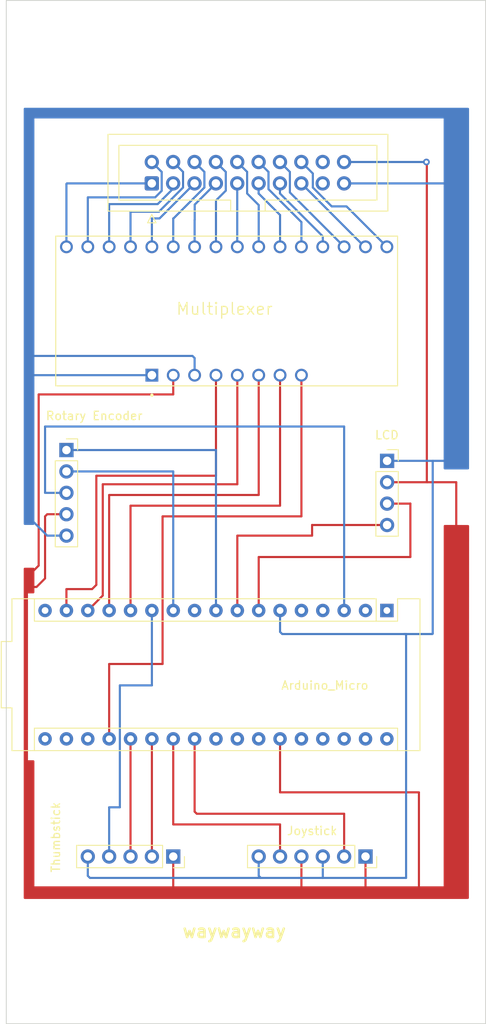
<source format=kicad_pcb>
(kicad_pcb (version 20221018) (generator pcbnew)
  (layers (0 "F.Cu" signal) (31 "B.Cu" signal) (34 "B.Paste" user) (35 "F.Paste" user) (36 "B.SilkS" user "B.Silkscreen") (37 "F.SilkS" user "F.Silkscreen") (38 "B.Mask" user) (39 "F.Mask" user) (44 "Edge.Cuts" user))
  (net 0 "")
  (net 1 "Net-(BOB-1-C12)")
  (net 2 "Net-(BOB-1-C13)")
  (net 3 "Net-(BOB-1-C14)")
  (net 4 "Net-(BOB-1-C15)")
  (net 14 "GND")
  (net 15 "+5V")
  (net 16 "Net-(BOB-1-C11)")
  (net 17 "Net-(BOB-1-C10)")
  (net 18 "Net-(BOB-1-C9)")
  (net 19 "Net-(BOB-1-C8)")
  (net 20 "Net-(BOB-1-C7)")
  (net 21 "Net-(BOB-1-C6)")
  (net 22 "Net-(BOB-1-C5)")
  (net 23 "Net-(BOB-1-C4)")
  (net 24 "Net-(BOB-1-C3)")
  (net 25 "Net-(BOB-1-C2)")
  (net 26 "Net-(BOB-1-C1)")
  (net 27 "Net-(BOB-1-C0)")
  (net 32 "Net-(U1-D1{slash}TX)")
  (net 33 "Net-(U1-~D6{slash}A7)")
  (net 34 "Net-(U1-D7)")
  (net 38 "Net-(BOB-1-S3)")
  (net 39 "Net-(BOB-1-S2)")
  (net 40 "Net-(BOB-1-S1)")
  (net 41 "Net-(BOB-1-S0)")
  (net 42 "Net-(U1-D2{slash}SDA)")
  (net 43 "Net-(U1-~D3{slash}SCL)")
  (net 44 "Net-(U1-A2{slash}D20)")
  (net 45 "Net-(U1-A1{slash}D19)")
  (net 46 "Net-(U1-A4{slash}D22)")
  (net 47 "Net-(U1-A3{slash}D21)")
  (net 49 "Net-(U1-D4{slash}A6)")
  (net 50 "Net-(BOB-1-COM)")
  (footprint "MountingHole:MountingHole_3.2mm_M3" (layer "F.Cu") (at 127.448582 45.79)
    (fp_text reference "REF**" hide)
    (fp_text value "MountingHole_3.2mm_M3" hide)
    (pad "" np_thru_hole circle (at 0 0) (size 3.2 3.2) (drill 3.2) (layers "*.Cu" "*.Mask"))
  )
  (footprint "Connector_PinSocket_2.54mm:PinSocket_1x06_P2.54mm_Vertical" (layer "F.Cu") (at 152.46 143.86 -90)
    (fp_text reference "J11" hide)
    (fp_text value "Joystick" (at -3.048 6.35 180) (layer "F.SilkS"))
    (fp_line (start -1.33 1.27) (end -1.33 14.03) (stroke (width 0.12)) (layer "F.SilkS"))
    (fp_line (start -1.33 1.27) (end 1.33 1.27) (stroke (width 0.12)) (layer "F.SilkS"))
    (fp_line (start -1.33 14.03) (end 1.33 14.03) (stroke (width 0.12)) (layer "F.SilkS"))
    (fp_line (start 0 -1.33) (end 1.33 -1.33) (stroke (width 0.12)) (layer "F.SilkS"))
    (fp_line (start 1.33 -1.33) (end 1.33 0) (stroke (width 0.12)) (layer "F.SilkS"))
    (fp_line (start 1.33 1.27) (end 1.33 14.03) (stroke (width 0.12)) (layer "F.SilkS"))
    (pad "1" thru_hole rect (at 0 0 270) (size 1.7 1.7) (drill 1) (layers "*.Cu" "*.Mask") (net 15 "+5V"))
    (pad "2" thru_hole oval (at 0 2.54 270) (size 1.7 1.7) (drill 1) (layers "*.Cu" "*.Mask") (net 46 "Net-(U1-A4{slash}D22)"))
    (pad "3" thru_hole oval (at 0 5.08 270) (size 1.7 1.7) (drill 1) (layers "*.Cu" "*.Mask") (net 14 "GND"))
    (pad "4" thru_hole oval (at 0 7.62 270) (size 1.7 1.7) (drill 1) (layers "*.Cu" "*.Mask") (net 15 "+5V"))
    (pad "5" thru_hole oval (at 0 10.16 270) (size 1.7 1.7) (drill 1) (layers "*.Cu" "*.Mask") (net 47 "Net-(U1-A3{slash}D21)"))
    (pad "6" thru_hole oval (at 0 12.7 270) (size 1.7 1.7) (drill 1) (layers "*.Cu" "*.Mask") (net 14 "GND"))
  )
  (footprint "Connector_PinSocket_2.54mm:PinSocket_1x05_P2.54mm_Vertical" (layer "F.Cu") (at 129.6 143.86 -90)
    (fp_text reference "J10" hide)
    (fp_text value "Thumbstick" (at -2.286 13.97 90) (layer "F.SilkS"))
    (fp_line (start -1.33 1.27) (end -1.33 11.49) (stroke (width 0.12)) (layer "F.SilkS"))
    (fp_line (start -1.33 1.27) (end 1.33 1.27) (stroke (width 0.12)) (layer "F.SilkS"))
    (fp_line (start -1.33 11.49) (end 1.33 11.49) (stroke (width 0.12)) (layer "F.SilkS"))
    (fp_line (start 0 -1.33) (end 1.33 -1.33) (stroke (width 0.12)) (layer "F.SilkS"))
    (fp_line (start 1.33 -1.33) (end 1.33 0) (stroke (width 0.12)) (layer "F.SilkS"))
    (fp_line (start 1.33 1.27) (end 1.33 11.49) (stroke (width 0.12)) (layer "F.SilkS"))
    (pad "1" thru_hole rect (at 0 0 270) (size 1.7 1.7) (drill 1) (layers "*.Cu" "*.Mask") (net 15 "+5V"))
    (pad "2" thru_hole oval (at 0 2.54 270) (size 1.7 1.7) (drill 1) (layers "*.Cu" "*.Mask") (net 44 "Net-(U1-A2{slash}D20)"))
    (pad "3" thru_hole oval (at 0 5.08 270) (size 1.7 1.7) (drill 1) (layers "*.Cu" "*.Mask") (net 45 "Net-(U1-A1{slash}D19)"))
    (pad "4" thru_hole oval (at 0 7.62 270) (size 1.7 1.7) (drill 1) (layers "*.Cu" "*.Mask") (net 34 "Net-(U1-D7)"))
    (pad "5" thru_hole oval (at 0 10.16 270) (size 1.7 1.7) (drill 1) (layers "*.Cu" "*.Mask") (net 14 "GND"))
  )
  (footprint "Connector_PinSocket_2.54mm:PinSocket_1x05_P2.54mm_Vertical" (layer "F.Cu") (at 116.9 95.6)
    (fp_text reference "J4" hide)
    (fp_text value "Rotary Encoder" (at 3.302 -4.064) (layer "F.SilkS"))
    (fp_line (start -1.33 1.27) (end -1.33 11.49) (stroke (width 0.12)) (layer "F.SilkS"))
    (fp_line (start -1.33 1.27) (end 1.33 1.27) (stroke (width 0.12)) (layer "F.SilkS"))
    (fp_line (start -1.33 11.49) (end 1.33 11.49) (stroke (width 0.12)) (layer "F.SilkS"))
    (fp_line (start 0 -1.33) (end 1.33 -1.33) (stroke (width 0.12)) (layer "F.SilkS"))
    (fp_line (start 1.33 -1.33) (end 1.33 0) (stroke (width 0.12)) (layer "F.SilkS"))
    (fp_line (start 1.33 1.27) (end 1.33 11.49) (stroke (width 0.12)) (layer "F.SilkS"))
    (pad "1" thru_hole rect (at 0 0) (size 1.7 1.7) (drill 1) (layers "*.Cu" "*.Mask") (net 49 "Net-(U1-D4{slash}A6)"))
    (pad "2" thru_hole oval (at 0 2.54) (size 1.7 1.7) (drill 1) (layers "*.Cu" "*.Mask") (net 33 "Net-(U1-~D6{slash}A7)"))
    (pad "3" thru_hole oval (at 0 5.08) (size 1.7 1.7) (drill 1) (layers "*.Cu" "*.Mask") (net 32 "Net-(U1-D1{slash}TX)"))
    (pad "4" thru_hole oval (at 0 7.62) (size 1.7 1.7) (drill 1) (layers "*.Cu" "*.Mask") (net 15 "+5V"))
    (pad "5" thru_hole oval (at 0 10.16) (size 1.7 1.7) (drill 1) (layers "*.Cu" "*.Mask") (net 14 "GND"))
  )
  (footprint "Connector_PinSocket_2.54mm:PinSocket_1x04_P2.54mm_Vertical" (layer "F.Cu") (at 155.025 96.88)
    (fp_text reference "J9" hide)
    (fp_text value "LCD" (at -0.025 -3.058) (layer "F.SilkS"))
    (fp_line (start -1.33 1.27) (end -1.33 8.95) (stroke (width 0.12)) (layer "F.SilkS"))
    (fp_line (start -1.33 1.27) (end 1.33 1.27) (stroke (width 0.12)) (layer "F.SilkS"))
    (fp_line (start -1.33 8.95) (end 1.33 8.95) (stroke (width 0.12)) (layer "F.SilkS"))
    (fp_line (start 0 -1.33) (end 1.33 -1.33) (stroke (width 0.12)) (layer "F.SilkS"))
    (fp_line (start 1.33 -1.33) (end 1.33 0) (stroke (width 0.12)) (layer "F.SilkS"))
    (fp_line (start 1.33 1.27) (end 1.33 8.95) (stroke (width 0.12)) (layer "F.SilkS"))
    (pad "1" thru_hole rect (at 0 0) (size 1.7 1.7) (drill 1) (layers "*.Cu" "*.Mask") (net 14 "GND"))
    (pad "2" thru_hole oval (at 0 2.54) (size 1.7 1.7) (drill 1) (layers "*.Cu" "*.Mask") (net 15 "+5V"))
    (pad "3" thru_hole oval (at 0 5.08) (size 1.7 1.7) (drill 1) (layers "*.Cu" "*.Mask") (net 42 "Net-(U1-D2{slash}SDA)"))
    (pad "4" thru_hole oval (at 0 7.62) (size 1.7 1.7) (drill 1) (layers "*.Cu" "*.Mask") (net 43 "Net-(U1-~D3{slash}SCL)"))
  )
  (footprint "Connector_IDC:IDC-Header_2x10_P2.54mm_Vertical" (layer "F.Cu") (at 127.05 63.94 90)
    (fp_text reference "IDC1" hide)
    (fp_text value "16_Pin_IDC_2x08_Power" hide)
    (fp_line (start -4.68 -0.5) (end -4.68 0.5) (stroke (width 0.12)) (layer "F.SilkS"))
    (fp_line (start -4.68 0.5) (end -3.68 0) (stroke (width 0.12)) (layer "F.SilkS"))
    (fp_line (start -3.68 0) (end -4.68 -0.5) (stroke (width 0.12)) (layer "F.SilkS"))
    (fp_line (start -3.29 -5.21) (end 5.83 -5.21) (stroke (width 0.12)) (layer "F.SilkS"))
    (fp_line (start -3.29 9.38) (end -1.98 9.38) (stroke (width 0.12)) (layer "F.SilkS"))
    (fp_line (start -3.29 28.07) (end -3.29 -5.21) (stroke (width 0.12)) (layer "F.SilkS"))
    (fp_line (start -1.98 -3.91) (end 4.52 -3.91) (stroke (width 0.12)) (layer "F.SilkS"))
    (fp_line (start -1.98 9.38) (end -1.98 -3.91) (stroke (width 0.12)) (layer "F.SilkS"))
    (fp_line (start -1.98 13.48) (end -3.29 13.48) (stroke (width 0.12)) (layer "F.SilkS"))
    (fp_line (start -1.98 13.48) (end -1.98 13.48) (stroke (width 0.12)) (layer "F.SilkS"))
    (fp_line (start -1.98 26.77) (end -1.98 13.48) (stroke (width 0.12)) (layer "F.SilkS"))
    (fp_line (start 4.52 -3.91) (end 4.52 26.77) (stroke (width 0.12)) (layer "F.SilkS"))
    (fp_line (start 4.52 26.77) (end -1.98 26.77) (stroke (width 0.12)) (layer "F.SilkS"))
    (fp_line (start 5.83 -5.21) (end 5.83 28.07) (stroke (width 0.12)) (layer "F.SilkS"))
    (fp_line (start 5.83 28.07) (end -3.29 28.07) (stroke (width 0.12)) (layer "F.SilkS"))
    (pad "1" thru_hole roundrect (at 0 0 90) (size 1.7 1.7) (drill 1) (layers "*.Cu" "*.Mask") (roundrect_rratio 0.1470588235) (net 27 "Net-(BOB-1-C0)"))
    (pad "2" thru_hole circle (at 2.54 0 90) (size 1.7 1.7) (drill 1) (layers "*.Cu" "*.Mask") (net 26 "Net-(BOB-1-C1)"))
    (pad "3" thru_hole circle (at 0 2.54 90) (size 1.7 1.7) (drill 1) (layers "*.Cu" "*.Mask") (net 25 "Net-(BOB-1-C2)"))
    (pad "4" thru_hole circle (at 2.54 2.54 90) (size 1.7 1.7) (drill 1) (layers "*.Cu" "*.Mask") (net 24 "Net-(BOB-1-C3)"))
    (pad "5" thru_hole circle (at 0 5.08 90) (size 1.7 1.7) (drill 1) (layers "*.Cu" "*.Mask") (net 23 "Net-(BOB-1-C4)"))
    (pad "6" thru_hole circle (at 2.54 5.08 90) (size 1.7 1.7) (drill 1) (layers "*.Cu" "*.Mask") (net 22 "Net-(BOB-1-C5)"))
    (pad "7" thru_hole circle (at 0 7.62 90) (size 1.7 1.7) (drill 1) (layers "*.Cu" "*.Mask") (net 21 "Net-(BOB-1-C6)"))
    (pad "8" thru_hole circle (at 2.54 7.62 90) (size 1.7 1.7) (drill 1) (layers "*.Cu" "*.Mask") (net 20 "Net-(BOB-1-C7)"))
    (pad "9" thru_hole circle (at 0 10.16 90) (size 1.7 1.7) (drill 1) (layers "*.Cu" "*.Mask") (net 19 "Net-(BOB-1-C8)"))
    (pad "10" thru_hole circle (at 2.54 10.16 90) (size 1.7 1.7) (drill 1) (layers "*.Cu" "*.Mask") (net 18 "Net-(BOB-1-C9)"))
    (pad "11" thru_hole circle (at 0 12.7 90) (size 1.7 1.7) (drill 1) (layers "*.Cu" "*.Mask") (net 17 "Net-(BOB-1-C10)"))
    (pad "12" thru_hole circle (at 2.54 12.7 90) (size 1.7 1.7) (drill 1) (layers "*.Cu" "*.Mask") (net 16 "Net-(BOB-1-C11)"))
    (pad "13" thru_hole circle (at 0 15.24 90) (size 1.7 1.7) (drill 1) (layers "*.Cu" "*.Mask") (net 1 "Net-(BOB-1-C12)"))
    (pad "14" thru_hole circle (at 2.54 15.24 90) (size 1.7 1.7) (drill 1) (layers "*.Cu" "*.Mask") (net 2 "Net-(BOB-1-C13)"))
    (pad "15" thru_hole circle (at 0 17.78 90) (size 1.7 1.7) (drill 1) (layers "*.Cu" "*.Mask") (net 3 "Net-(BOB-1-C14)"))
    (pad "16" thru_hole circle (at 2.54 17.78 90) (size 1.7 1.7) (drill 1) (layers "*.Cu" "*.Mask") (net 4 "Net-(BOB-1-C15)"))
    (pad "17" thru_hole circle (at 0 20.32 90) (size 1.7 1.7) (drill 1) (layers "*.Cu" "*.Mask"))
    (pad "18" thru_hole circle (at 2.54 20.32 90) (size 1.7 1.7) (drill 1) (layers "*.Cu" "*.Mask"))
    (pad "19" thru_hole circle (at 0 22.86 90) (size 1.7 1.7) (drill 1) (layers "*.Cu" "*.Mask") (net 14 "GND"))
    (pad "20" thru_hole circle (at 2.54 22.86 90) (size 1.7 1.7) (drill 1) (layers "*.Cu" "*.Mask") (net 15 "+5V"))
  )
  (footprint "CD74CH4067:BOB-09056" (layer "F.Cu") (at 135.95 79.09 -90)
    (fp_text reference "BOB-1" hide)
    (fp_text value "Multiplexer" (at -0.254 0.254 -180) (layer "F.SilkS") (effects (font (size 1.4 1.4))))
    (fp_line (start -8.89 -20.32) (end -8.89 20.32) (stroke (width 0.127)) (layer "F.SilkS"))
    (fp_line (start -8.89 20.32) (end 8.89 20.32) (stroke (width 0.127)) (layer "F.SilkS"))
    (fp_line (start 8.89 -20.32) (end -8.89 -20.32) (stroke (width 0.127)) (layer "F.SilkS"))
    (fp_line (start 8.89 20.32) (end 8.89 -20.32) (stroke (width 0.127)) (layer "F.SilkS"))
    (fp_circle (center 10 8.89) (end 10.1 8.89) (stroke (width 0.2)) (fill none) (layer "F.SilkS"))
    (pad "JP1-1" thru_hole circle (at -7.62 19.05 270) (size 1.53 1.53) (drill 1.02) (layers "*.Cu" "*.Mask") (net 27 "Net-(BOB-1-C0)"))
    (pad "JP1-2" thru_hole circle (at -7.62 16.51 270) (size 1.53 1.53) (drill 1.02) (layers "*.Cu" "*.Mask") (net 26 "Net-(BOB-1-C1)"))
    (pad "JP1-3" thru_hole circle (at -7.62 13.97 270) (size 1.53 1.53) (drill 1.02) (layers "*.Cu" "*.Mask") (net 25 "Net-(BOB-1-C2)"))
    (pad "JP1-4" thru_hole circle (at -7.62 11.43 270) (size 1.53 1.53) (drill 1.02) (layers "*.Cu" "*.Mask") (net 24 "Net-(BOB-1-C3)"))
    (pad "JP1-5" thru_hole circle (at -7.62 8.89 270) (size 1.53 1.53) (drill 1.02) (layers "*.Cu" "*.Mask") (net 23 "Net-(BOB-1-C4)"))
    (pad "JP1-6" thru_hole circle (at -7.62 6.35 270) (size 1.53 1.53) (drill 1.02) (layers "*.Cu" "*.Mask") (net 22 "Net-(BOB-1-C5)"))
    (pad "JP1-7" thru_hole circle (at -7.62 3.81 270) (size 1.53 1.53) (drill 1.02) (layers "*.Cu" "*.Mask") (net 21 "Net-(BOB-1-C6)"))
    (pad "JP1-8" thru_hole circle (at -7.62 1.27 270) (size 1.53 1.53) (drill 1.02) (layers "*.Cu" "*.Mask") (net 20 "Net-(BOB-1-C7)"))
    (pad "JP1-9" thru_hole circle (at -7.62 -1.27 270) (size 1.53 1.53) (drill 1.02) (layers "*.Cu" "*.Mask") (net 19 "Net-(BOB-1-C8)"))
    (pad "JP1-10" thru_hole circle (at -7.62 -3.81 270) (size 1.53 1.53) (drill 1.02) (layers "*.Cu" "*.Mask") (net 18 "Net-(BOB-1-C9)"))
    (pad "JP1-11" thru_hole circle (at -7.62 -6.35 270) (size 1.53 1.53) (drill 1.02) (layers "*.Cu" "*.Mask") (net 17 "Net-(BOB-1-C10)"))
    (pad "JP1-12" thru_hole circle (at -7.62 -8.89 270) (size 1.53 1.53) (drill 1.02) (layers "*.Cu" "*.Mask") (net 16 "Net-(BOB-1-C11)"))
    (pad "JP1-13" thru_hole circle (at -7.62 -11.43 270) (size 1.53 1.53) (drill 1.02) (layers "*.Cu" "*.Mask") (net 1 "Net-(BOB-1-C12)"))
    (pad "JP1-14" thru_hole circle (at -7.62 -13.97 270) (size 1.53 1.53) (drill 1.02) (layers "*.Cu" "*.Mask") (net 2 "Net-(BOB-1-C13)"))
    (pad "JP1-15" thru_hole circle (at -7.62 -16.51 270) (size 1.53 1.53) (drill 1.02) (layers "*.Cu" "*.Mask") (net 3 "Net-(BOB-1-C14)"))
    (pad "JP1-16" thru_hole circle (at -7.62 -19.05 270) (size 1.53 1.53) (drill 1.02) (layers "*.Cu" "*.Mask") (net 4 "Net-(BOB-1-C15)"))
    (pad "JP3-1" thru_hole rect (at 7.62 8.89 270) (size 1.53 1.53) (drill 1.02) (layers "*.Cu" "*.Mask") (net 14 "GND"))
    (pad "JP3-2" thru_hole circle (at 7.62 6.35 270) (size 1.53 1.53) (drill 1.02) (layers "*.Cu" "*.Mask") (net 15 "+5V"))
    (pad "JP3-3" thru_hole circle (at 7.62 3.81 270) (size 1.53 1.53) (drill 1.02) (layers "*.Cu" "*.Mask") (net 14 "GND"))
    (pad "JP3-4" thru_hole circle (at 7.62 1.27 270) (size 1.53 1.53) (drill 1.02) (layers "*.Cu" "*.Mask") (net 41 "Net-(BOB-1-S0)"))
    (pad "JP3-5" thru_hole circle (at 7.62 -1.27 270) (size 1.53 1.53) (drill 1.02) (layers "*.Cu" "*.Mask") (net 40 "Net-(BOB-1-S1)"))
    (pad "JP3-6" thru_hole circle (at 7.62 -3.81 270) (size 1.53 1.53) (drill 1.02) (layers "*.Cu" "*.Mask") (net 39 "Net-(BOB-1-S2)"))
    (pad "JP3-7" thru_hole circle (at 7.62 -6.35 270) (size 1.53 1.53) (drill 1.02) (layers "*.Cu" "*.Mask") (net 38 "Net-(BOB-1-S3)"))
    (pad "JP3-8" thru_hole circle (at 7.62 -8.89 270) (size 1.53 1.53) (drill 1.02) (layers "*.Cu" "*.Mask") (net 50 "Net-(BOB-1-COM)"))
  )
  (footprint "MountingHole:MountingHole_3.2mm_M3" (layer "F.Cu") (at 146.5 160.115)
    (fp_text reference "REF**" hide)
    (fp_text value "MountingHole_3.2mm_M3" hide)
    (pad "" np_thru_hole circle (at 0 0) (size 3.2 3.2) (drill 3.2) (layers "*.Cu" "*.Mask"))
  )
  (footprint "Arduino:Arduino_Micro" (layer "F.Cu") (at 155 114.65 -90)
    (fp_text reference "U1" hide)
    (fp_text value "Arduino_Micro" (at 8.89 7.366) (layer "F.SilkS"))
    (fp_line (start -1.397 -3.937) (end -1.397 -1.27) (stroke (width 0.12)) (layer "F.SilkS"))
    (fp_line (start -1.397 1.27) (end -1.397 44.577) (stroke (width 0.12)) (layer "F.SilkS"))
    (fp_line (start -1.397 44.577) (end 3.683 44.577) (stroke (width 0.12)) (layer "F.SilkS"))
    (fp_line (start 1.27 -1.27) (end -1.397 -1.27) (stroke (width 0.12)) (layer "F.SilkS"))
    (fp_line (start 1.27 1.27) (end -1.397 1.27) (stroke (width 0.12)) (layer "F.SilkS"))
    (fp_line (start 1.27 1.27) (end 1.27 -1.27) (stroke (width 0.12)) (layer "F.SilkS"))
    (fp_line (start 1.27 1.27) (end 1.27 41.91) (stroke (width 0.12)) (layer "F.SilkS"))
    (fp_line (start 1.27 41.91) (end -1.397 41.91) (stroke (width 0.12)) (layer "F.SilkS"))
    (fp_line (start 3.683 44.577) (end 3.683 45.847) (stroke (width 0.12)) (layer "F.SilkS"))
    (fp_line (start 3.683 45.847) (end 11.557 45.847) (stroke (width 0.12)) (layer "F.SilkS"))
    (fp_line (start 11.557 44.577) (end 11.557 45.847) (stroke (width 0.12)) (layer "F.SilkS"))
    (fp_line (start 11.557 44.577) (end 16.637 44.577) (stroke (width 0.12)) (layer "F.SilkS"))
    (fp_line (start 13.97 -1.27) (end 13.97 41.91) (stroke (width 0.12)) (layer "F.SilkS"))
    (fp_line (start 13.97 -1.27) (end 16.637 -1.27) (stroke (width 0.12)) (layer "F.SilkS"))
    (fp_line (start 13.97 41.91) (end 16.637 41.91) (stroke (width 0.12)) (layer "F.SilkS"))
    (fp_line (start 16.637 -3.937) (end -1.397 -3.937) (stroke (width 0.12)) (layer "F.SilkS"))
    (fp_line (start 16.637 44.577) (end 16.637 -3.937) (stroke (width 0.12)) (layer "F.SilkS"))
    (pad "1" thru_hole rect (at 0 0 270) (size 1.6 1.6) (drill 0.8) (layers "*.Cu" "*.Mask"))
    (pad "2" thru_hole oval (at 0 2.54 270) (size 1.6 1.6) (drill 0.8) (layers "*.Cu" "*.Mask"))
    (pad "3" thru_hole oval (at 0 5.08 270) (size 1.6 1.6) (drill 0.8) (layers "*.Cu" "*.Mask") (net 32 "Net-(U1-D1{slash}TX)"))
    (pad "4" thru_hole oval (at 0 7.62 270) (size 1.6 1.6) (drill 0.8) (layers "*.Cu" "*.Mask"))
    (pad "5" thru_hole oval (at 0 10.16 270) (size 1.6 1.6) (drill 0.8) (layers "*.Cu" "*.Mask"))
    (pad "6" thru_hole oval (at 0 12.7 270) (size 1.6 1.6) (drill 0.8) (layers "*.Cu" "*.Mask") (net 14 "GND"))
    (pad "7" thru_hole oval (at 0 15.24 270) (size 1.6 1.6) (drill 0.8) (layers "*.Cu" "*.Mask") (net 42 "Net-(U1-D2{slash}SDA)"))
    (pad "8" thru_hole oval (at 0 17.78 270) (size 1.6 1.6) (drill 0.8) (layers "*.Cu" "*.Mask") (net 43 "Net-(U1-~D3{slash}SCL)"))
    (pad "9" thru_hole oval (at 0 20.32 270) (size 1.6 1.6) (drill 0.8) (layers "*.Cu" "*.Mask") (net 49 "Net-(U1-D4{slash}A6)"))
    (pad "10" thru_hole oval (at 0 22.86 270) (size 1.6 1.6) (drill 0.8) (layers "*.Cu" "*.Mask"))
    (pad "11" thru_hole oval (at 0 25.4 270) (size 1.6 1.6) (drill 0.8) (layers "*.Cu" "*.Mask") (net 33 "Net-(U1-~D6{slash}A7)"))
    (pad "12" thru_hole oval (at 0 27.94 270) (size 1.6 1.6) (drill 0.8) (layers "*.Cu" "*.Mask") (net 34 "Net-(U1-D7)"))
    (pad "13" thru_hole oval (at 0 30.48 270) (size 1.6 1.6) (drill 0.8) (layers "*.Cu" "*.Mask") (net 38 "Net-(BOB-1-S3)"))
    (pad "14" thru_hole oval (at 0 33.02 270) (size 1.6 1.6) (drill 0.8) (layers "*.Cu" "*.Mask") (net 39 "Net-(BOB-1-S2)"))
    (pad "15" thru_hole oval (at 0 35.56 270) (size 1.6 1.6) (drill 0.8) (layers "*.Cu" "*.Mask") (net 40 "Net-(BOB-1-S1)"))
    (pad "16" thru_hole oval (at 0 38.1 270) (size 1.6 1.6) (drill 0.8) (layers "*.Cu" "*.Mask") (net 41 "Net-(BOB-1-S0)"))
    (pad "17" thru_hole oval (at 0 40.64 270) (size 1.6 1.6) (drill 0.8) (layers "*.Cu" "*.Mask"))
    (pad "18" thru_hole oval (at 15.24 40.64 270) (size 1.6 1.6) (drill 0.8) (layers "*.Cu" "*.Mask"))
    (pad "19" thru_hole oval (at 15.24 38.1 270) (size 1.6 1.6) (drill 0.8) (layers "*.Cu" "*.Mask"))
    (pad "20" thru_hole oval (at 15.24 35.56 270) (size 1.6 1.6) (drill 0.8) (layers "*.Cu" "*.Mask"))
    (pad "21" thru_hole oval (at 15.24 33.02 270) (size 1.6 1.6) (drill 0.8) (layers "*.Cu" "*.Mask") (net 50 "Net-(BOB-1-COM)"))
    (pad "22" thru_hole oval (at 15.24 30.48 270) (size 1.6 1.6) (drill 0.8) (layers "*.Cu" "*.Mask") (net 45 "Net-(U1-A1{slash}D19)"))
    (pad "23" thru_hole oval (at 15.24 27.94 270) (size 1.6 1.6) (drill 0.8) (layers "*.Cu" "*.Mask") (net 44 "Net-(U1-A2{slash}D20)"))
    (pad "24" thru_hole oval (at 15.24 25.4 270) (size 1.6 1.6) (drill 0.8) (layers "*.Cu" "*.Mask") (net 47 "Net-(U1-A3{slash}D21)"))
    (pad "25" thru_hole oval (at 15.24 22.86 270) (size 1.6 1.6) (drill 0.8) (layers "*.Cu" "*.Mask") (net 46 "Net-(U1-A4{slash}D22)"))
    (pad "26" thru_hole oval (at 15.24 20.32 270) (size 1.6 1.6) (drill 0.8) (layers "*.Cu" "*.Mask"))
    (pad "27" thru_hole oval (at 15.24 17.78 270) (size 1.6 1.6) (drill 0.8) (layers "*.Cu" "*.Mask"))
    (pad "28" thru_hole oval (at 15.24 15.24 270) (size 1.6 1.6) (drill 0.8) (layers "*.Cu" "*.Mask"))
    (pad "29" thru_hole oval (at 15.24 12.7 270) (size 1.6 1.6) (drill 0.8) (layers "*.Cu" "*.Mask") (net 15 "+5V"))
    (pad "30" thru_hole oval (at 15.24 10.16 270) (size 1.6 1.6) (drill 0.8) (layers "*.Cu" "*.Mask"))
    (pad "31" thru_hole oval (at 15.24 7.62 270) (size 1.6 1.6) (drill 0.8) (layers "*.Cu" "*.Mask"))
    (pad "32" thru_hole oval (at 15.24 5.08 270) (size 1.6 1.6) (drill 0.8) (layers "*.Cu" "*.Mask"))
    (pad "33" thru_hole oval (at 15.24 2.54 270) (size 1.6 1.6) (drill 0.8) (layers "*.Cu" "*.Mask"))
    (pad "34" thru_hole oval (at 15.24 0 270) (size 1.6 1.6) (drill 0.8) (layers "*.Cu" "*.Mask"))
  )
  (footprint "MountingHole:MountingHole_3.2mm_M3" (layer "F.Cu") (at 127.45 160.115)
    (fp_text reference "REF**" hide)
    (fp_text value "MountingHole_3.2mm_M3" hide)
    (pad "" np_thru_hole circle (at 0 0) (size 3.2 3.2) (drill 3.2) (layers "*.Cu" "*.Mask"))
  )
  (footprint "MountingHole:MountingHole_3.2mm_M3" (layer "F.Cu") (at 146.5 45.79)
    (fp_text reference "REF**" hide)
    (fp_text value "MountingHole_3.2mm_M3" hide)
    (pad "" np_thru_hole circle (at 0 0) (size 3.2 3.2) (drill 3.2) (layers "*.Cu" "*.Mask"))
  )
  (gr_rect (start 109.75 42.215) (end 166.74 163.71) (stroke (width 0.1)) (fill none) (layer "Edge.Cuts"))
  (gr_text "waywayway" (at 130.55 153.615) (layer "F.SilkS") (effects (font (size 1.5 1.5) (thickness 0.3) bold) (justify left bottom)))
  (segment (start 142.29 63.94) (end 142.29 65.14) (width 0.25) (layer "B.Cu") (net 1))
  (segment (start 142.29 65.14) (end 147.38 70.23) (width 0.25) (layer "B.Cu") (net 1))
  (segment (start 147.38 70.23) (end 147.38 71.47) (width 0.25) (layer "B.Cu") (net 1))
  (segment (start 142.29 61.4) (end 143.465 62.575) (width 0.25) (layer "B.Cu") (net 2))
  (segment (start 143.465 65.015) (end 149.92 71.47) (width 0.25) (layer "B.Cu") (net 2))
  (segment (start 143.465 62.575) (end 143.465 65.015) (width 0.25) (layer "B.Cu") (net 2))
  (segment (start 152.36 71.47) (end 152.46 71.47) (width 0.25) (layer "B.Cu") (net 3))
  (segment (start 144.83 63.94) (end 152.36 71.47) (width 0.25) (layer "B.Cu") (net 3))
  (segment (start 144.83 61.4) (end 146.195 62.765) (width 0.25) (layer "B.Cu") (net 4))
  (segment (start 146.195 64.426701) (end 148.438299 66.67) (width 0.25) (layer "B.Cu") (net 4))
  (segment (start 154.9 71.47) (end 155 71.47) (width 0.25) (layer "B.Cu") (net 4))
  (segment (start 148.438299 66.67) (end 150.2 66.67) (width 0.25) (layer "B.Cu") (net 4))
  (segment (start 146.195 62.765) (end 146.195 64.426701) (width 0.25) (layer "B.Cu") (net 4))
  (segment (start 150.2 66.67) (end 155 71.47) (width 0.25) (layer "B.Cu") (net 4))
  (segment (start 163.25 96.88) (end 160.45 96.88) (width 0.254) (layer "B.Cu") (net 14))
  (segment (start 139.76 146.146) (end 140.014 146.4) (width 0.25) (layer "B.Cu") (net 14))
  (segment (start 116.9 105.76) (end 114.614 105.76) (width 0.25) (layer "B.Cu") (net 14))
  (segment (start 142.554 117.444) (end 157.032 117.444) (width 0.25) (layer "B.Cu") (net 14))
  (segment (start 147.38 146.4) (end 157.286 146.4) (width 0.25) (layer "B.Cu") (net 14))
  (segment (start 119.44 143.86) (end 119.44 146.146) (width 0.25) (layer "B.Cu") (net 14))
  (segment (start 119.44 146.146) (end 119.694 146.4) (width 0.25) (layer "B.Cu") (net 14))
  (segment (start 139.76 143.86) (end 139.76 146.146) (width 0.25) (layer "B.Cu") (net 14))
  (segment (start 160.406 117.444) (end 157.032 117.444) (width 0.254) (layer "B.Cu") (net 14))
  (segment (start 112.582 86.71) (end 127.06 86.71) (width 0.25) (layer "B.Cu") (net 14))
  (segment (start 131.886 84.424) (end 112.582 84.424) (width 0.25) (layer "B.Cu") (net 14))
  (segment (start 140.014 146.4) (end 147.38 146.4) (width 0.25) (layer "B.Cu") (net 14))
  (segment (start 132.14 86.71) (end 132.14 84.678) (width 0.25) (layer "B.Cu") (net 14))
  (segment (start 132.14 84.678) (end 131.886 84.424) (width 0.25) (layer "B.Cu") (net 14))
  (segment (start 149.91 63.94) (end 163.19 63.94) (width 0.254) (layer "B.Cu") (net 14))
  (segment (start 142.3 114.65) (end 142.3 117.19) (width 0.25) (layer "B.Cu") (net 14))
  (segment (start 142.3 117.19) (end 142.554 117.444) (width 0.25) (layer "B.Cu") (net 14))
  (segment (start 160.45 117.4) (end 160.406 117.444) (width 0.25) (layer "B.Cu") (net 14))
  (segment (start 155.025 96.88) (end 160.45 96.88) (width 0.25) (layer "B.Cu") (net 14))
  (segment (start 160.45 117.4) (end 160.45 96.88) (width 0.254) (layer "B.Cu") (net 14))
  (segment (start 163.19 63.94) (end 163.2 63.95) (width 0.25) (layer "B.Cu") (net 14))
  (segment (start 114.614 105.76) (end 112.582 103.728) (width 0.25) (layer "B.Cu") (net 14))
  (segment (start 147.38 143.86) (end 147.38 146.4) (width 0.25) (layer "B.Cu") (net 14))
  (segment (start 157.032 117.444) (end 157.286 117.444) (width 0.25) (layer "B.Cu") (net 14))
  (segment (start 157.286 146.4) (end 157.286 117.444) (width 0.25) (layer "B.Cu") (net 14))
  (segment (start 119.694 146.4) (end 140.014 146.4) (width 0.25) (layer "B.Cu") (net 14))
  (segment (start 163.25 99.42) (end 159.8 99.42) (width 0.254) (layer "F.Cu") (net 15))
  (segment (start 113.598 88.996) (end 129.6 88.996) (width 0.25) (layer "F.Cu") (net 15))
  (segment (start 144.84 148.178) (end 144.84 143.86) (width 0.25) (layer "F.Cu") (net 15))
  (segment (start 142.3 136.24) (end 158.81 136.24) (width 0.25) (layer "F.Cu") (net 15))
  (segment (start 129.6 148.178) (end 129.6 143.86) (width 0.25) (layer "F.Cu") (net 15))
  (segment (start 113.598 109.316) (end 113.598 88.996) (width 0.25) (layer "F.Cu") (net 15))
  (segment (start 159.7 61.4) (end 159.75 61.35) (width 0.25) (layer "F.Cu") (net 15))
  (segment (start 163.25 106.8) (end 163.25 99.42) (width 0.254) (layer "F.Cu") (net 15))
  (segment (start 152.46 148.178) (end 152.46 143.86) (width 0.25) (layer "F.Cu") (net 15))
  (segment (start 159.8 99.42) (end 155.025 99.42) (width 0.254) (layer "F.Cu") (net 15))
  (segment (start 158.81 136.24) (end 158.81 148.178) (width 0.25) (layer "F.Cu") (net 15))
  (segment (start 159.75 99.37) (end 159.8 99.42) (width 0.25) (layer "F.Cu") (net 15))
  (segment (start 114.614 103.22) (end 114.36 103.474) (width 0.25) (layer "F.Cu") (net 15))
  (segment (start 112.582 110.332) (end 113.598 109.316) (width 0.25) (layer "F.Cu") (net 15))
  (segment (start 114.36 103.474) (end 114.36 110.84) (width 0.25) (layer "F.Cu") (net 15))
  (segment (start 114.36 110.84) (end 113.344 111.856) (width 0.25) (layer "F.Cu") (net 15))
  (segment (start 116.9 103.22) (end 114.614 103.22) (width 0.25) (layer "F.Cu") (net 15))
  (segment (start 129.6 88.996) (end 129.6 86.71) (width 0.25) (layer "F.Cu") (net 15))
  (segment (start 113.344 111.856) (end 112.582 111.856) (width 0.25) (layer "F.Cu") (net 15))
  (segment (start 159.75 61.35) (end 159.75 99.37) (width 0.254) (layer "F.Cu") (net 15))
  (segment (start 142.3 129.89) (end 142.3 136.24) (width 0.25) (layer "F.Cu") (net 15))
  (via (at 159.7 61.4) (size 0.8) (drill 0.4) (layers "F.Cu" "B.Cu") (net 15))
  (segment (start 149.91 61.4) (end 159.7 61.4) (width 0.254) (layer "B.Cu") (net 15))
  (segment (start 139.75 61.4) (end 140.925 62.575) (width 0.25) (layer "B.Cu") (net 16))
  (segment (start 140.925 62.575) (end 140.925 64.625) (width 0.25) (layer "B.Cu") (net 16))
  (segment (start 140.925 64.625) (end 144.84 68.54) (width 0.25) (layer "B.Cu") (net 16))
  (segment (start 144.84 68.54) (end 144.84 71.47) (width 0.25) (layer "B.Cu") (net 16))
  (segment (start 139.75 65.142081) (end 142.3 67.692081) (width 0.25) (layer "B.Cu") (net 17))
  (segment (start 139.75 63.94) (end 139.75 65.142081) (width 0.25) (layer "B.Cu") (net 17))
  (segment (start 142.3 67.692081) (end 142.3 71.47) (width 0.25) (layer "B.Cu") (net 17))
  (segment (start 139.76 66.51) (end 139.76 71.47) (width 0.25) (layer "B.Cu") (net 18))
  (segment (start 138.385 62.575) (end 138.385 65.135) (width 0.25) (layer "B.Cu") (net 18))
  (segment (start 138.385 65.135) (end 139.76 66.51) (width 0.25) (layer "B.Cu") (net 18))
  (segment (start 137.21 61.4) (end 138.385 62.575) (width 0.25) (layer "B.Cu") (net 18))
  (segment (start 137.21 71.46) (end 137.22 71.47) (width 0.25) (layer "B.Cu") (net 19))
  (segment (start 137.21 63.94) (end 137.21 71.46) (width 0.25) (layer "B.Cu") (net 19))
  (segment (start 135.845 62.575) (end 135.845 64.805) (width 0.25) (layer "B.Cu") (net 20))
  (segment (start 134.68 65.97) (end 134.68 71.47) (width 0.25) (layer "B.Cu") (net 20))
  (segment (start 134.67 61.4) (end 135.845 62.575) (width 0.25) (layer "B.Cu") (net 20))
  (segment (start 135.845 64.805) (end 134.68 65.97) (width 0.25) (layer "B.Cu") (net 20))
  (segment (start 134.67 63.94) (end 132.15 66.46) (width 0.25) (layer "B.Cu") (net 21))
  (segment (start 132.15 66.46) (end 132.15 68.25) (width 0.25) (layer "B.Cu") (net 21))
  (segment (start 132.14 68.26) (end 132.14 71.47) (width 0.25) (layer "B.Cu") (net 21))
  (segment (start 132.15 68.25) (end 132.14 68.26) (width 0.25) (layer "B.Cu") (net 21))
  (segment (start 133.305 64.426701) (end 129.631701 68.1) (width 0.25) (layer "B.Cu") (net 22))
  (segment (start 129.6 68.1) (end 129.6 71.47) (width 0.25) (layer "B.Cu") (net 22))
  (segment (start 129.631701 68.1) (end 129.6 68.1) (width 0.25) (layer "B.Cu") (net 22))
  (segment (start 133.305 62.575) (end 133.305 64.426701) (width 0.25) (layer "B.Cu") (net 22))
  (segment (start 132.13 61.4) (end 133.305 62.575) (width 0.25) (layer "B.Cu") (net 22))
  (segment (start 132.13 63.94) (end 127.97 68.1) (width 0.25) (layer "B.Cu") (net 23))
  (segment (start 127.05 68.1) (end 127.06 68.11) (width 0.25) (layer "B.Cu") (net 23))
  (segment (start 127.06 68.11) (end 127.06 71.47) (width 0.25) (layer "B.Cu") (net 23))
  (segment (start 127.97 68.1) (end 127.05 68.1) (width 0.25) (layer "B.Cu") (net 23))
  (segment (start 130.765 64.435) (end 127.9 67.3) (width 0.25) (layer "B.Cu") (net 24))
  (segment (start 127.9 67.3) (end 124.55 67.3) (width 0.25) (layer "B.Cu") (net 24))
  (segment (start 130.765 62.575) (end 130.765 64.435) (width 0.25) (layer "B.Cu") (net 24))
  (segment (start 124.52 67.33) (end 124.52 71.47) (width 0.25) (layer "B.Cu") (net 24))
  (segment (start 124.55 67.3) (end 124.52 67.33) (width 0.25) (layer "B.Cu") (net 24))
  (segment (start 129.59 61.4) (end 130.765 62.575) (width 0.25) (layer "B.Cu") (net 24))
  (segment (start 122 66.4) (end 121.98 66.42) (width 0.25) (layer "B.Cu") (net 25))
  (segment (start 129.59 64.56) (end 127.75 66.4) (width 0.25) (layer "B.Cu") (net 25))
  (segment (start 129.59 63.94) (end 129.59 64.56) (width 0.25) (layer "B.Cu") (net 25))
  (segment (start 127.75 66.4) (end 122 66.4) (width 0.25) (layer "B.Cu") (net 25))
  (segment (start 121.98 66.42) (end 121.98 71.47) (width 0.25) (layer "B.Cu") (net 25))
  (segment (start 127.45 65.6) (end 119.45 65.6) (width 0.25) (layer "B.Cu") (net 26))
  (segment (start 119.44 65.61) (end 119.44 71.47) (width 0.25) (layer "B.Cu") (net 26))
  (segment (start 128.225 64.825) (end 127.45 65.6) (width 0.25) (layer "B.Cu") (net 26))
  (segment (start 127.05 61.4) (end 128.225 62.575) (width 0.25) (layer "B.Cu") (net 26))
  (segment (start 119.45 65.6) (end 119.44 65.61) (width 0.25) (layer "B.Cu") (net 26))
  (segment (start 128.225 62.575) (end 128.225 64.825) (width 0.25) (layer "B.Cu") (net 26))
  (segment (start 116.9 71.47) (end 116.9 64) (width 0.25) (layer "B.Cu") (net 27))
  (segment (start 116.9 64) (end 116.96 63.94) (width 0.25) (layer "B.Cu") (net 27))
  (segment (start 116.96 63.94) (end 127.05 63.94) (width 0.25) (layer "B.Cu") (net 27))
  (segment (start 149.92 92.806) (end 149.92 114.65) (width 0.25) (layer "B.Cu") (net 32))
  (segment (start 114.36 100.68) (end 114.36 92.806) (width 0.25) (layer "B.Cu") (net 32))
  (segment (start 114.36 92.806) (end 149.92 92.806) (width 0.25) (layer "B.Cu") (net 32))
  (segment (start 116.9 100.68) (end 114.36 100.68) (width 0.25) (layer "B.Cu") (net 32))
  (segment (start 116.9 98.14) (end 129.6 98.14) (width 0.25) (layer "B.Cu") (net 33))
  (segment (start 129.6 98.14) (end 129.6 114.65) (width 0.25) (layer "B.Cu") (net 33))
  (segment (start 121.98 143.86) (end 121.98 138.018) (width 0.25) (layer "B.Cu") (net 34))
  (segment (start 127.06 123.54) (end 123.25 123.54) (width 0.25) (layer "B.Cu") (net 34))
  (segment (start 123.25 138.018) (end 123.25 123.54) (width 0.25) (layer "B.Cu") (net 34))
  (segment (start 121.98 138.018) (end 123.25 138.018) (width 0.25) (layer "B.Cu") (net 34))
  (segment (start 127.06 114.65) (end 127.06 123.54) (width 0.25) (layer "B.Cu") (net 34))
  (segment (start 142.3 102.204) (end 124.52 102.204) (width 0.25) (layer "F.Cu") (net 38))
  (segment (start 142.3 86.71) (end 142.3 102.204) (width 0.25) (layer "F.Cu") (net 38))
  (segment (start 124.52 102.204) (end 124.52 114.65) (width 0.25) (layer "F.Cu") (net 38))
  (segment (start 121.98 100.934) (end 121.98 114.65) (width 0.25) (layer "F.Cu") (net 39))
  (segment (start 139.76 100.934) (end 121.98 100.934) (width 0.25) (layer "F.Cu") (net 39))
  (segment (start 139.76 86.71) (end 139.76 100.934) (width 0.25) (layer "F.Cu") (net 39))
  (segment (start 121.218 99.664) (end 121.218 112.872) (width 0.25) (layer "F.Cu") (net 40))
  (segment (start 137.22 86.71) (end 137.22 99.664) (width 0.25) (layer "F.Cu") (net 40))
  (segment (start 121.218 112.872) (end 119.44 114.65) (width 0.25) (layer "F.Cu") (net 40))
  (segment (start 137.22 99.664) (end 121.218 99.664) (width 0.25) (layer "F.Cu") (net 40))
  (segment (start 134.68 98.648) (end 120.456 98.648) (width 0.25) (layer "F.Cu") (net 41))
  (segment (start 116.9 112.11) (end 116.9 114.65) (width 0.25) (layer "F.Cu") (net 41))
  (segment (start 119.948 112.11) (end 116.9 112.11) (width 0.25) (layer "F.Cu") (net 41))
  (segment (start 134.68 86.71) (end 134.68 98.648) (width 0.25) (layer "F.Cu") (net 41))
  (segment (start 120.456 111.602) (end 119.948 112.11) (width 0.25) (layer "F.Cu") (net 41))
  (segment (start 120.456 98.648) (end 120.456 111.602) (width 0.25) (layer "F.Cu") (net 41))
  (segment (start 157.794 108.3) (end 139.76 108.3) (width 0.25) (layer "F.Cu") (net 42))
  (segment (start 157.784 101.96) (end 157.794 101.95) (width 0.25) (layer "F.Cu") (net 42))
  (segment (start 139.76 108.3) (end 139.76 114.65) (width 0.25) (layer "F.Cu") (net 42))
  (segment (start 155.025 101.96) (end 157.784 101.96) (width 0.25) (layer "F.Cu") (net 42))
  (segment (start 157.794 101.95) (end 157.794 108.3) (width 0.25) (layer "F.Cu") (net 42))
  (segment (start 146.11 104.49) (end 146.11 105.76) (width 0.25) (layer "F.Cu") (net 43))
  (segment (start 146.11 105.76) (end 137.22 105.76) (width 0.25) (layer "F.Cu") (net 43))
  (segment (start 155.025 104.5) (end 146.12 104.5) (width 0.25) (layer "F.Cu") (net 43))
  (segment (start 146.12 104.5) (end 146.11 104.49) (width 0.25) (layer "F.Cu") (net 43))
  (segment (start 137.22 105.76) (end 137.22 114.65) (width 0.25) (layer "F.Cu") (net 43))
  (segment (start 127.06 143.86) (end 127.06 129.89) (width 0.25) (layer "F.Cu") (net 44))
  (segment (start 124.52 143.86) (end 124.52 129.89) (width 0.25) (layer "F.Cu") (net 45))
  (segment (start 132.394 138.78) (end 132.14 138.526) (width 0.25) (layer "F.Cu") (net 46))
  (segment (start 149.92 143.86) (end 149.92 138.78) (width 0.25) (layer "F.Cu") (net 46))
  (segment (start 132.14 138.526) (end 132.14 129.89) (width 0.25) (layer "F.Cu") (net 46))
  (segment (start 149.92 138.78) (end 132.394 138.78) (width 0.25) (layer "F.Cu") (net 46))
  (segment (start 129.6 140.05) (end 129.6 129.89) (width 0.25) (layer "F.Cu") (net 47))
  (segment (start 142.3 143.86) (end 142.3 140.05) (width 0.25) (layer "F.Cu") (net 47))
  (segment (start 142.3 140.05) (end 129.6 140.05) (width 0.25) (layer "F.Cu") (net 47))
  (segment (start 134.68 95.6) (end 134.68 114.65) (width 0.25) (layer "B.Cu") (net 49))
  (segment (start 116.9 95.6) (end 134.68 95.6) (width 0.25) (layer "B.Cu") (net 49))
  (segment (start 128.33 103.474) (end 128.33 121) (width 0.25) (layer "F.Cu") (net 50))
  (segment (start 144.84 103.474) (end 128.33 103.474) (width 0.25) (layer "F.Cu") (net 50))
  (segment (start 144.84 86.71) (end 144.84 103.474) (width 0.25) (layer "F.Cu") (net 50))
  (segment (start 121.98 121) (end 121.98 129.89) (width 0.25) (layer "F.Cu") (net 50))
  (segment (start 128.33 121) (end 121.98 121) (width 0.25) (layer "F.Cu") (net 50))
  (zone (net 15) (net_name "+5V") (layer "F.Cu") (name "Grnd") (priority 1) (connect_pads yes (clearance 0.5)) (min_thickness 0.25) (fill yes (thermal_gap 0.5) (thermal_bridge_width 0.5))
    (polygon (pts (xy 111.82 109.57) (xy 111.82 148.9) (xy 164.75 148.9) (xy 164.778 104.5) (xy 161.758 104.49) (xy 161.75 147.4) (xy 113.09 147.4) (xy 113.09 132.43) (xy 112.328 132.43) (xy 112.328 112.618) (xy 113.09 112.618) (xy 113.09 109.57)))
  )
  (zone (net 14) (net_name "GND") (layer "B.Cu") (name "Grnd") (connect_pads yes (clearance 0.5)) (min_thickness 0.25) (fill yes (thermal_gap 0.5) (thermal_bridge_width 0.5))
    (polygon (pts (xy 111.82 104.49) (xy 111.82 54.96) (xy 164.77 54.96) (xy 164.77 97.902) (xy 161.75 97.902) (xy 161.75 56.23) (xy 113.09 56.23) (xy 113.09 104.49)))
  )
)
</source>
